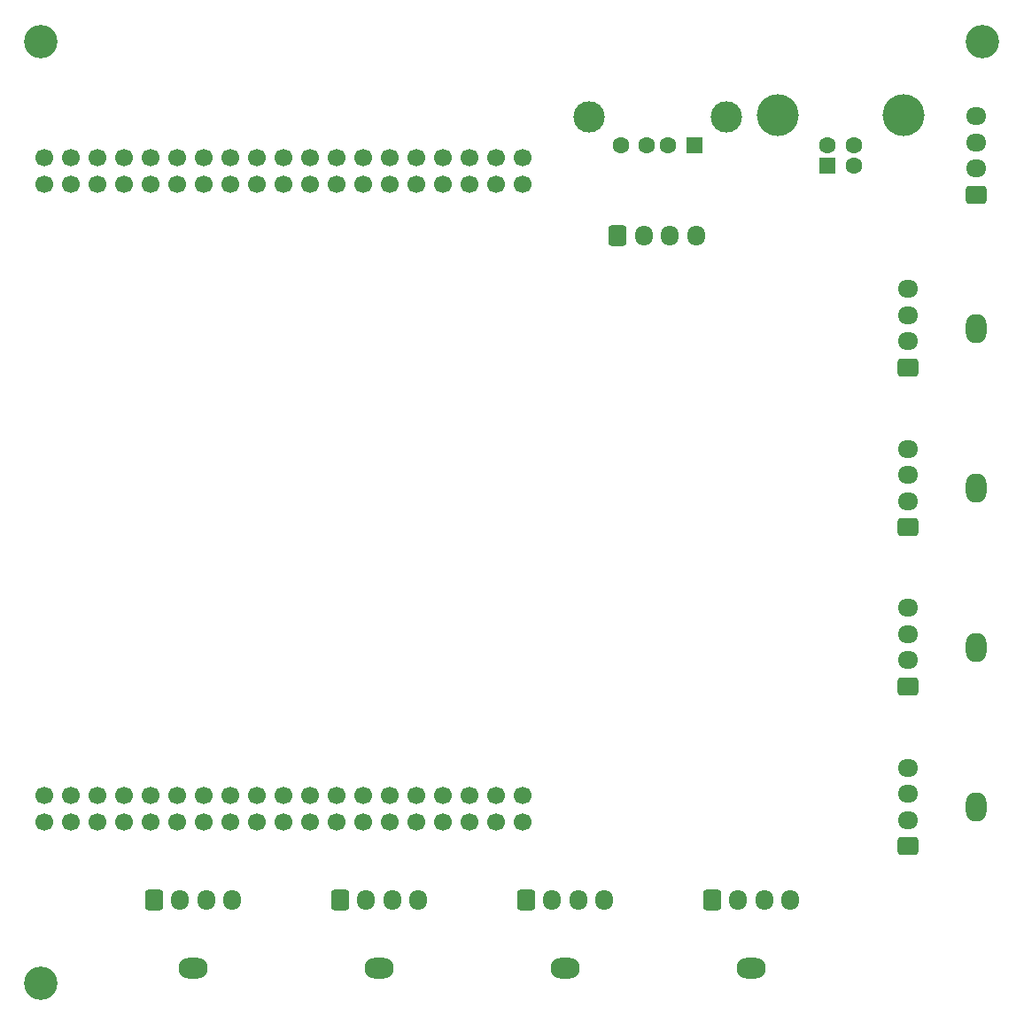
<source format=gbs>
%TF.GenerationSoftware,KiCad,Pcbnew,7.0.7*%
%TF.CreationDate,2024-03-01T22:45:44+09:00*%
%TF.ProjectId,ALTAIR_MDD_V2-backups,414c5441-4952-45f4-9d44-445f56322d62,rev?*%
%TF.SameCoordinates,Original*%
%TF.FileFunction,Soldermask,Bot*%
%TF.FilePolarity,Negative*%
%FSLAX46Y46*%
G04 Gerber Fmt 4.6, Leading zero omitted, Abs format (unit mm)*
G04 Created by KiCad (PCBNEW 7.0.7) date 2024-03-01 22:45:44*
%MOMM*%
%LPD*%
G01*
G04 APERTURE LIST*
G04 Aperture macros list*
%AMRoundRect*
0 Rectangle with rounded corners*
0 $1 Rounding radius*
0 $2 $3 $4 $5 $6 $7 $8 $9 X,Y pos of 4 corners*
0 Add a 4 corners polygon primitive as box body*
4,1,4,$2,$3,$4,$5,$6,$7,$8,$9,$2,$3,0*
0 Add four circle primitives for the rounded corners*
1,1,$1+$1,$2,$3*
1,1,$1+$1,$4,$5*
1,1,$1+$1,$6,$7*
1,1,$1+$1,$8,$9*
0 Add four rect primitives between the rounded corners*
20,1,$1+$1,$2,$3,$4,$5,0*
20,1,$1+$1,$4,$5,$6,$7,0*
20,1,$1+$1,$6,$7,$8,$9,0*
20,1,$1+$1,$8,$9,$2,$3,0*%
G04 Aperture macros list end*
%ADD10C,1.700000*%
%ADD11O,2.000000X2.800000*%
%ADD12RoundRect,0.250000X0.725000X-0.600000X0.725000X0.600000X-0.725000X0.600000X-0.725000X-0.600000X0*%
%ADD13O,1.950000X1.700000*%
%ADD14C,3.200000*%
%ADD15O,2.800000X2.000000*%
%ADD16RoundRect,0.250000X-0.600000X-0.725000X0.600000X-0.725000X0.600000X0.725000X-0.600000X0.725000X0*%
%ADD17O,1.700000X1.950000*%
%ADD18R,1.600000X1.500000*%
%ADD19C,1.600000*%
%ADD20C,3.000000*%
%ADD21R,1.600000X1.600000*%
%ADD22C,4.000000*%
G04 APERTURE END LIST*
D10*
%TO.C,U2*%
X125515000Y-122095000D03*
X117895000Y-124635000D03*
X122975000Y-122095000D03*
X117895000Y-63675000D03*
X115355000Y-124635000D03*
X150915000Y-124635000D03*
X138215000Y-122095000D03*
X117895000Y-61135000D03*
X115355000Y-122095000D03*
X130595000Y-122095000D03*
X128055000Y-122095000D03*
X143295000Y-122095000D03*
X145835000Y-122095000D03*
X153455000Y-63675000D03*
X155995000Y-63675000D03*
X148375000Y-122095000D03*
X122975000Y-63675000D03*
X125515000Y-63675000D03*
X128055000Y-63675000D03*
X138215000Y-63675000D03*
X135675000Y-63675000D03*
X150915000Y-63675000D03*
X125515000Y-61135000D03*
X122975000Y-61135000D03*
X125515000Y-124635000D03*
X128055000Y-124635000D03*
X130595000Y-124635000D03*
X112815000Y-122095000D03*
X145835000Y-124635000D03*
X148375000Y-124635000D03*
X150915000Y-122095000D03*
X138215000Y-61135000D03*
X135675000Y-61135000D03*
X148375000Y-63675000D03*
X143295000Y-63675000D03*
X145835000Y-63675000D03*
X130595000Y-63675000D03*
X135675000Y-124635000D03*
X112815000Y-63675000D03*
X115355000Y-63675000D03*
X140755000Y-63675000D03*
X128055000Y-61135000D03*
X145835000Y-61135000D03*
X143295000Y-61135000D03*
X140755000Y-61135000D03*
X155995000Y-122095000D03*
X153455000Y-122095000D03*
X153455000Y-124635000D03*
X155995000Y-124635000D03*
X150915000Y-61135000D03*
X115355000Y-61135000D03*
X112815000Y-61135000D03*
X133135000Y-63675000D03*
X110275000Y-61135000D03*
X110275000Y-63675000D03*
X110275000Y-124635000D03*
X110275000Y-122095000D03*
X112815000Y-124635000D03*
X138215000Y-124635000D03*
X140755000Y-124635000D03*
X143295000Y-124635000D03*
X133135000Y-124635000D03*
X117895000Y-122095000D03*
X133135000Y-122095000D03*
X135675000Y-122095000D03*
X120435000Y-63675000D03*
X133135000Y-61135000D03*
X148375000Y-61135000D03*
X122975000Y-124635000D03*
X120435000Y-122095000D03*
X120435000Y-124635000D03*
X140755000Y-122095000D03*
X120435000Y-61135000D03*
X130595000Y-61135000D03*
X153455000Y-61135000D03*
X155995000Y-61135000D03*
%TD*%
D11*
%TO.C,J2*%
X199390000Y-92710000D03*
D12*
X192890000Y-96460000D03*
D13*
X192890000Y-93960000D03*
X192890000Y-91460000D03*
X192890000Y-88960000D03*
%TD*%
D14*
%TO.C,REF\u002A\u002A*%
X200000000Y-50000000D03*
%TD*%
D11*
%TO.C,J3*%
X199390000Y-107910000D03*
D12*
X192890000Y-111660000D03*
D13*
X192890000Y-109160000D03*
X192890000Y-106660000D03*
X192890000Y-104160000D03*
%TD*%
D11*
%TO.C,J1*%
X199390000Y-77430000D03*
D12*
X192890000Y-81180000D03*
D13*
X192890000Y-78680000D03*
X192890000Y-76180000D03*
X192890000Y-73680000D03*
%TD*%
D15*
%TO.C,J7*%
X160080000Y-138580000D03*
D16*
X156330000Y-132080000D03*
D17*
X158830000Y-132080000D03*
X161330000Y-132080000D03*
X163830000Y-132080000D03*
%TD*%
D12*
%TO.C,J14*%
X199390000Y-64650000D03*
D13*
X199390000Y-62150000D03*
X199390000Y-59650000D03*
X199390000Y-57150000D03*
%TD*%
D11*
%TO.C,J4*%
X199390000Y-123190000D03*
D12*
X192890000Y-126940000D03*
D13*
X192890000Y-124440000D03*
X192890000Y-121940000D03*
X192890000Y-119440000D03*
%TD*%
D18*
%TO.C,J11*%
X172410000Y-59970000D03*
D19*
X169910000Y-59970000D03*
X167910000Y-59970000D03*
X165410000Y-59970000D03*
D20*
X175480000Y-57260000D03*
X162340000Y-57260000D03*
%TD*%
D14*
%TO.C,REF\u002A\u002A*%
X110000000Y-50000000D03*
%TD*%
D16*
%TO.C,J13*%
X165100000Y-68580000D03*
D17*
X167600000Y-68580000D03*
X170100000Y-68580000D03*
X172600000Y-68580000D03*
%TD*%
D21*
%TO.C,J12*%
X185186000Y-61905500D03*
D19*
X187686000Y-61905500D03*
X187686000Y-59905500D03*
X185186000Y-59905500D03*
D22*
X180436000Y-57045500D03*
X192436000Y-57045500D03*
%TD*%
D15*
%TO.C,J6*%
X142300000Y-138580000D03*
D16*
X138550000Y-132080000D03*
D17*
X141050000Y-132080000D03*
X143550000Y-132080000D03*
X146050000Y-132080000D03*
%TD*%
D15*
%TO.C,J8*%
X177860000Y-138580000D03*
D16*
X174110000Y-132080000D03*
D17*
X176610000Y-132080000D03*
X179110000Y-132080000D03*
X181610000Y-132080000D03*
%TD*%
D14*
%TO.C,REF\u002A\u002A*%
X110000000Y-140000000D03*
%TD*%
D15*
%TO.C,J5*%
X124520000Y-138580000D03*
D16*
X120770000Y-132080000D03*
D17*
X123270000Y-132080000D03*
X125770000Y-132080000D03*
X128270000Y-132080000D03*
%TD*%
M02*

</source>
